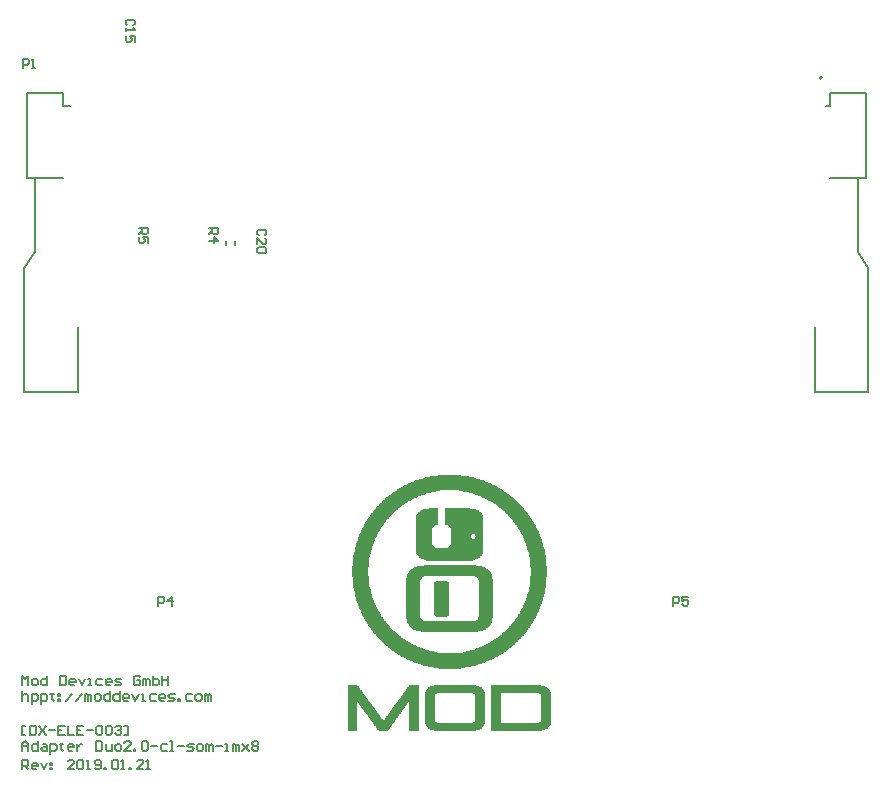
<source format=gto>
G04 Layer_Color=65535*
%FSLAX44Y44*%
%MOMM*%
G71*
G01*
G75*
%ADD10C,0.2000*%
%ADD11C,0.1270*%
%ADD12C,0.0508*%
%ADD13C,0.1500*%
D10*
X697600Y611190D02*
G03*
X697600Y611190I-1000J0D01*
G01*
X192850Y469170D02*
Y473170D01*
X200850Y469170D02*
Y473170D01*
D11*
X55000Y587000D02*
X61000D01*
X701000D02*
X705000D01*
X68000Y400000D02*
X68000Y345000D01*
X22500D02*
X68000D01*
X22500D02*
Y450000D01*
X31500Y464000D01*
Y526000D01*
X692000Y345000D02*
X692000Y400000D01*
X692000Y345000D02*
X737000D01*
Y450000D01*
X728000Y464000D02*
X737000Y450000D01*
X728000Y464000D02*
Y526000D01*
X25000Y598500D02*
X55000D01*
Y587000D02*
Y598500D01*
X705000Y587000D02*
Y598500D01*
X735000D01*
Y526500D02*
Y598500D01*
X705000Y526500D02*
X735000D01*
X25000D02*
X55000D01*
X25000D02*
Y598500D01*
D12*
X417830Y58946D02*
X459486D01*
X369062D02*
X404114D01*
X348234D02*
X355346D01*
X322326D02*
X329438D01*
X296418D02*
X303530D01*
X417830Y59454D02*
X461518D01*
X367030D02*
X406146D01*
X348234D02*
X355346D01*
X321818D02*
X329438D01*
X296418D02*
X303530D01*
X417830Y59962D02*
X462534D01*
X366014D02*
X407162D01*
X348234D02*
X355346D01*
X321310D02*
X329946D01*
X296418D02*
X303530D01*
X417830Y60470D02*
X463550D01*
X364998D02*
X408178D01*
X348234D02*
X355346D01*
X321310D02*
X330454D01*
X296418D02*
X303530D01*
X417830Y60978D02*
X464566D01*
X364490D02*
X408686D01*
X348234D02*
X355346D01*
X320802D02*
X330962D01*
X296418D02*
X303530D01*
X417830Y61486D02*
X465074D01*
X363982D02*
X409194D01*
X348234D02*
X355346D01*
X320294D02*
X330962D01*
X296418D02*
X303530D01*
X417830Y61994D02*
X465582D01*
X363474D02*
X409702D01*
X348234D02*
X355346D01*
X319786D02*
X331470D01*
X296418D02*
X303530D01*
X417830Y62502D02*
X466090D01*
X362966D02*
X410210D01*
X348234D02*
X355346D01*
X319786D02*
X331978D01*
X296418D02*
X303530D01*
X417830Y63010D02*
X466598D01*
X362966D02*
X410210D01*
X348234D02*
X355346D01*
X319278D02*
X331978D01*
X296418D02*
X303530D01*
X417830Y63518D02*
X466598D01*
X362458D02*
X410718D01*
X348234D02*
X355346D01*
X318770D02*
X332486D01*
X296418D02*
X303530D01*
X417830Y64026D02*
X467106D01*
X362458D02*
X410718D01*
X348234D02*
X355346D01*
X318262D02*
X332994D01*
X296418D02*
X303530D01*
X417830Y64534D02*
X467106D01*
X361950D02*
X411226D01*
X348234D02*
X355346D01*
X318262D02*
X333502D01*
X296418D02*
X303530D01*
X456946Y65042D02*
X467106D01*
X417830D02*
X425450D01*
X401574D02*
X411226D01*
X361950D02*
X371602D01*
X348234D02*
X355346D01*
X317754D02*
X333502D01*
X296418D02*
X303530D01*
X458470Y65550D02*
X467614D01*
X417830D02*
X425450D01*
X402590D02*
X411226D01*
X361950D02*
X370586D01*
X348234D02*
X355346D01*
X317246D02*
X334010D01*
X296418D02*
X303530D01*
X458978Y66058D02*
X467614D01*
X417830D02*
X425450D01*
X403098D02*
X411226D01*
X361442D02*
X370078D01*
X348234D02*
X355346D01*
X317246D02*
X334518D01*
X296418D02*
X303530D01*
X459486Y66566D02*
X467614D01*
X417830D02*
X425450D01*
X403606D02*
X411734D01*
X361442D02*
X369570D01*
X348234D02*
X355346D01*
X326390D02*
X335026D01*
X316738D02*
X325882D01*
X296418D02*
X303530D01*
X459486Y67074D02*
X467614D01*
X417830D02*
X425450D01*
X403606D02*
X411734D01*
X361442D02*
X369570D01*
X348234D02*
X355346D01*
X326390D02*
X335026D01*
X316230D02*
X325374D01*
X296418D02*
X303530D01*
X459994Y67582D02*
X467614D01*
X417830D02*
X425450D01*
X403606D02*
X411734D01*
X361442D02*
X369570D01*
X348234D02*
X355346D01*
X326898D02*
X335534D01*
X315722D02*
X324866D01*
X296418D02*
X303530D01*
X459994Y68090D02*
X467614D01*
X417830D02*
X425450D01*
X403606D02*
X411734D01*
X361442D02*
X369570D01*
X348234D02*
X355346D01*
X327406D02*
X336042D01*
X315722D02*
X324866D01*
X296418D02*
X303530D01*
X459994Y68598D02*
X467614D01*
X417830D02*
X425450D01*
X403606D02*
X411734D01*
X361442D02*
X369570D01*
X348234D02*
X355346D01*
X327914D02*
X336042D01*
X315214D02*
X324358D01*
X296418D02*
X303530D01*
X459994Y69106D02*
X467614D01*
X417830D02*
X425450D01*
X403606D02*
X411734D01*
X361442D02*
X369570D01*
X348234D02*
X355346D01*
X327914D02*
X336550D01*
X314706D02*
X323850D01*
X296418D02*
X303530D01*
X459994Y69614D02*
X467614D01*
X417830D02*
X425450D01*
X403606D02*
X411734D01*
X361442D02*
X369570D01*
X348234D02*
X355346D01*
X328422D02*
X337058D01*
X314198D02*
X323342D01*
X296418D02*
X303530D01*
X459994Y70122D02*
X467614D01*
X417830D02*
X425450D01*
X403606D02*
X411734D01*
X361442D02*
X369570D01*
X348234D02*
X355346D01*
X328930D02*
X337566D01*
X314198D02*
X323342D01*
X296418D02*
X303530D01*
X459994Y70630D02*
X467614D01*
X417830D02*
X425450D01*
X403606D02*
X411734D01*
X361442D02*
X369570D01*
X348234D02*
X355346D01*
X328930D02*
X337566D01*
X313690D02*
X322834D01*
X296418D02*
X303530D01*
X459994Y71138D02*
X467614D01*
X417830D02*
X425450D01*
X403606D02*
X411734D01*
X361442D02*
X369570D01*
X348234D02*
X355346D01*
X329438D02*
X338074D01*
X313182D02*
X322326D01*
X296418D02*
X303530D01*
X459994Y71646D02*
X467614D01*
X417830D02*
X425450D01*
X403606D02*
X411734D01*
X361442D02*
X369570D01*
X348234D02*
X355346D01*
X329946D02*
X338582D01*
X313182D02*
X322326D01*
X296418D02*
X303530D01*
X459994Y72154D02*
X467614D01*
X417830D02*
X425450D01*
X403606D02*
X411734D01*
X361442D02*
X369570D01*
X348234D02*
X355346D01*
X330454D02*
X339090D01*
X312674D02*
X321818D01*
X296418D02*
X303530D01*
X459994Y72662D02*
X467614D01*
X417830D02*
X425450D01*
X403606D02*
X411734D01*
X361442D02*
X369570D01*
X348234D02*
X355346D01*
X330454D02*
X339090D01*
X312166D02*
X321310D01*
X296418D02*
X303530D01*
X459994Y73170D02*
X467614D01*
X417830D02*
X425450D01*
X403606D02*
X411734D01*
X361442D02*
X369570D01*
X348234D02*
X355346D01*
X330962D02*
X339598D01*
X311658D02*
X320802D01*
X296418D02*
X303530D01*
X459994Y73678D02*
X467614D01*
X417830D02*
X425450D01*
X403606D02*
X411734D01*
X361442D02*
X369570D01*
X348234D02*
X355346D01*
X331470D02*
X340106D01*
X311658D02*
X320802D01*
X296418D02*
X303530D01*
X459994Y74186D02*
X467614D01*
X417830D02*
X425450D01*
X403606D02*
X411734D01*
X361442D02*
X369570D01*
X348234D02*
X355346D01*
X331978D02*
X340106D01*
X311150D02*
X320294D01*
X296418D02*
X303530D01*
X459994Y74694D02*
X467614D01*
X417830D02*
X425450D01*
X403606D02*
X411734D01*
X361442D02*
X369570D01*
X348234D02*
X355346D01*
X331978D02*
X340614D01*
X310642D02*
X319786D01*
X296418D02*
X303530D01*
X459994Y75202D02*
X467614D01*
X417830D02*
X425450D01*
X403606D02*
X411734D01*
X361442D02*
X369570D01*
X348234D02*
X355346D01*
X332486D02*
X341122D01*
X310134D02*
X319786D01*
X296418D02*
X303530D01*
X459994Y75710D02*
X467614D01*
X417830D02*
X425450D01*
X403606D02*
X411734D01*
X361442D02*
X369570D01*
X348234D02*
X355346D01*
X332994D02*
X341630D01*
X310134D02*
X319278D01*
X296418D02*
X303530D01*
X459994Y76218D02*
X467614D01*
X417830D02*
X425450D01*
X403606D02*
X411734D01*
X361442D02*
X369570D01*
X348234D02*
X355346D01*
X332994D02*
X341630D01*
X309626D02*
X318770D01*
X296418D02*
X303530D01*
X459994Y76726D02*
X467614D01*
X417830D02*
X425450D01*
X403606D02*
X411734D01*
X361442D02*
X369570D01*
X348234D02*
X355346D01*
X333502D02*
X342138D01*
X309118D02*
X318262D01*
X296418D02*
X303530D01*
X459994Y77234D02*
X467614D01*
X417830D02*
X425450D01*
X403606D02*
X411734D01*
X361442D02*
X369570D01*
X348234D02*
X355346D01*
X334010D02*
X342646D01*
X308610D02*
X318262D01*
X296418D02*
X303530D01*
X459994Y77742D02*
X467614D01*
X417830D02*
X425450D01*
X403606D02*
X411734D01*
X361442D02*
X369570D01*
X348234D02*
X355346D01*
X334518D02*
X342646D01*
X308610D02*
X317754D01*
X296418D02*
X303530D01*
X459994Y78250D02*
X467614D01*
X417830D02*
X425450D01*
X403606D02*
X411734D01*
X361442D02*
X369570D01*
X348234D02*
X355346D01*
X334518D02*
X343154D01*
X308102D02*
X317246D01*
X296418D02*
X303530D01*
X459994Y78758D02*
X467614D01*
X417830D02*
X425450D01*
X403606D02*
X411734D01*
X361442D02*
X369570D01*
X348234D02*
X355346D01*
X335026D02*
X343662D01*
X307594D02*
X316738D01*
X296418D02*
X303530D01*
X459994Y79266D02*
X467614D01*
X417830D02*
X425450D01*
X403606D02*
X411734D01*
X361442D02*
X369570D01*
X348234D02*
X355346D01*
X335534D02*
X344170D01*
X307594D02*
X316738D01*
X296418D02*
X303530D01*
X459994Y79774D02*
X467614D01*
X417830D02*
X425450D01*
X403606D02*
X411734D01*
X361442D02*
X369570D01*
X348234D02*
X355346D01*
X335534D02*
X344170D01*
X307086D02*
X316230D01*
X296418D02*
X303530D01*
X459994Y80282D02*
X467614D01*
X417830D02*
X425450D01*
X403606D02*
X411734D01*
X361442D02*
X369570D01*
X348234D02*
X355346D01*
X336042D02*
X344678D01*
X306578D02*
X315722D01*
X296418D02*
X303530D01*
X459994Y80790D02*
X467614D01*
X417830D02*
X425450D01*
X403606D02*
X411734D01*
X361442D02*
X369570D01*
X348234D02*
X355346D01*
X336550D02*
X345186D01*
X306070D02*
X315722D01*
X296418D02*
X303530D01*
X459994Y81298D02*
X467614D01*
X417830D02*
X425450D01*
X403606D02*
X411734D01*
X361442D02*
X369570D01*
X348234D02*
X355346D01*
X337058D02*
X345694D01*
X306070D02*
X315214D01*
X296418D02*
X303530D01*
X459994Y81806D02*
X467614D01*
X417830D02*
X425450D01*
X403606D02*
X411734D01*
X361442D02*
X369570D01*
X348234D02*
X355346D01*
X337058D02*
X345694D01*
X305562D02*
X314706D01*
X296418D02*
X303530D01*
X459994Y82314D02*
X467614D01*
X417830D02*
X425450D01*
X403606D02*
X411734D01*
X361442D02*
X369570D01*
X348234D02*
X355346D01*
X337566D02*
X346202D01*
X305054D02*
X314198D01*
X296418D02*
X303530D01*
X459994Y82822D02*
X467614D01*
X417830D02*
X425450D01*
X403606D02*
X411734D01*
X361442D02*
X369570D01*
X348234D02*
X355346D01*
X338074D02*
X346710D01*
X304546D02*
X314198D01*
X296418D02*
X303530D01*
X459994Y83330D02*
X467614D01*
X417830D02*
X425450D01*
X403606D02*
X411734D01*
X361442D02*
X369570D01*
X348234D02*
X355346D01*
X338582D02*
X346710D01*
X304546D02*
X313690D01*
X296418D02*
X303530D01*
X459994Y83838D02*
X467614D01*
X417830D02*
X425450D01*
X403606D02*
X411734D01*
X361442D02*
X369570D01*
X348234D02*
X355346D01*
X338582D02*
X347218D01*
X304038D02*
X313182D01*
X296418D02*
X303530D01*
X459994Y84346D02*
X467614D01*
X417830D02*
X425450D01*
X403606D02*
X411734D01*
X361442D02*
X369570D01*
X348234D02*
X355346D01*
X339090D02*
X347726D01*
X296418D02*
X312674D01*
X459994Y84854D02*
X467614D01*
X417830D02*
X425450D01*
X403606D02*
X411734D01*
X361442D02*
X369570D01*
X339598D02*
X355346D01*
X296418D02*
X312674D01*
X459994Y85362D02*
X467614D01*
X417830D02*
X425450D01*
X403606D02*
X411734D01*
X361442D02*
X369570D01*
X339598D02*
X355346D01*
X296418D02*
X312166D01*
X459994Y85870D02*
X467614D01*
X417830D02*
X425450D01*
X403606D02*
X411734D01*
X361442D02*
X369570D01*
X340106D02*
X355346D01*
X296418D02*
X311658D01*
X459994Y86378D02*
X467614D01*
X417830D02*
X425450D01*
X403606D02*
X411734D01*
X361442D02*
X369570D01*
X340614D02*
X355346D01*
X296418D02*
X311658D01*
X459994Y86886D02*
X467614D01*
X417830D02*
X425450D01*
X403606D02*
X411734D01*
X361442D02*
X369570D01*
X341122D02*
X355346D01*
X296418D02*
X311150D01*
X459994Y87394D02*
X467614D01*
X417830D02*
X425450D01*
X403606D02*
X411734D01*
X361442D02*
X369570D01*
X341122D02*
X355346D01*
X296418D02*
X310642D01*
X459994Y87902D02*
X467614D01*
X417830D02*
X425450D01*
X403606D02*
X411734D01*
X361442D02*
X369570D01*
X341630D02*
X355346D01*
X296418D02*
X310134D01*
X459994Y88410D02*
X467614D01*
X417830D02*
X425450D01*
X403606D02*
X411734D01*
X361442D02*
X369570D01*
X342138D02*
X355346D01*
X296418D02*
X310134D01*
X459486Y88918D02*
X467614D01*
X417830D02*
X425450D01*
X403606D02*
X411734D01*
X361442D02*
X369570D01*
X342646D02*
X355346D01*
X296418D02*
X309626D01*
X459486Y89426D02*
X467614D01*
X417830D02*
X425450D01*
X403606D02*
X411734D01*
X361442D02*
X369570D01*
X342646D02*
X355346D01*
X296418D02*
X309118D01*
X458978Y89934D02*
X467614D01*
X417830D02*
X425450D01*
X403098D02*
X411226D01*
X361950D02*
X370078D01*
X343154D02*
X355346D01*
X296418D02*
X308610D01*
X457962Y90442D02*
X467106D01*
X417830D02*
X425450D01*
X402590D02*
X411226D01*
X361950D02*
X370586D01*
X343662D02*
X355346D01*
X296418D02*
X308610D01*
X456946Y90950D02*
X467106D01*
X417830D02*
X425450D01*
X401574D02*
X411226D01*
X361950D02*
X371602D01*
X343662D02*
X355346D01*
X296418D02*
X308102D01*
X417830Y91458D02*
X467106D01*
X361950D02*
X411226D01*
X344170D02*
X355346D01*
X296418D02*
X307594D01*
X417830Y91966D02*
X466598D01*
X362458D02*
X410718D01*
X344678D02*
X355346D01*
X296418D02*
X307594D01*
X417830Y92474D02*
X466598D01*
X362458D02*
X410718D01*
X345186D02*
X355346D01*
X296418D02*
X307086D01*
X417830Y92982D02*
X466090D01*
X362966D02*
X410210D01*
X345186D02*
X355346D01*
X296418D02*
X306578D01*
X417830Y93490D02*
X465582D01*
X362966D02*
X410210D01*
X345694D02*
X355346D01*
X296418D02*
X306070D01*
X417830Y93998D02*
X465582D01*
X363474D02*
X409702D01*
X346202D02*
X355346D01*
X296418D02*
X306070D01*
X417830Y94506D02*
X465074D01*
X363982D02*
X409194D01*
X346202D02*
X355346D01*
X296418D02*
X305562D01*
X417830Y95014D02*
X464058D01*
X364490D02*
X408686D01*
X346710D02*
X355346D01*
X296418D02*
X305054D01*
X417830Y95522D02*
X463550D01*
X365506D02*
X407670D01*
X347218D02*
X355346D01*
X296418D02*
X304546D01*
X417830Y96030D02*
X462534D01*
X366014D02*
X406654D01*
X347726D02*
X355346D01*
X296418D02*
X304546D01*
X417830Y96538D02*
X461010D01*
X367538D02*
X405638D01*
X347726D02*
X355346D01*
X296418D02*
X304038D01*
X417830Y97046D02*
X458978D01*
X369570D02*
X403606D01*
X348234D02*
X355346D01*
X296418D02*
X303530D01*
X373126Y111778D02*
X390906D01*
X369570Y112286D02*
X394462D01*
X366522Y112794D02*
X397510D01*
X363982Y113302D02*
X400050D01*
X361950Y113810D02*
X402082D01*
X359918Y114318D02*
X404114D01*
X358394Y114826D02*
X405638D01*
X356362Y115334D02*
X407670D01*
X355346Y115842D02*
X408686D01*
X353822Y116350D02*
X410210D01*
X352298Y116858D02*
X411734D01*
X351282Y117366D02*
X412750D01*
X349758Y117874D02*
X414274D01*
X348742Y118382D02*
X415290D01*
X347726Y118890D02*
X416306D01*
X346710Y119398D02*
X417322D01*
X345186Y119906D02*
X418846D01*
X344678Y120414D02*
X419354D01*
X343662Y120922D02*
X420370D01*
X342646Y121430D02*
X421386D01*
X341630Y121938D02*
X422402D01*
X340614Y122446D02*
X423418D01*
X340106Y122954D02*
X423926D01*
X339090Y123462D02*
X424942D01*
X338074Y123970D02*
X425958D01*
X389890Y124478D02*
X426466D01*
X337566D02*
X374142D01*
X393446Y124986D02*
X427482D01*
X336550D02*
X370586D01*
X395986Y125494D02*
X427990D01*
X336042D02*
X368046D01*
X398526Y126002D02*
X429006D01*
X335026D02*
X365506D01*
X400050Y126510D02*
X429514D01*
X334518D02*
X363982D01*
X402082Y127018D02*
X430022D01*
X334010D02*
X361950D01*
X403606Y127526D02*
X431038D01*
X332994D02*
X360426D01*
X405130Y128034D02*
X431546D01*
X332486D02*
X358902D01*
X406654Y128542D02*
X432054D01*
X331978D02*
X357378D01*
X407670Y129050D02*
X433070D01*
X330962D02*
X356362D01*
X409194Y129558D02*
X433578D01*
X330454D02*
X354838D01*
X410210Y130066D02*
X434086D01*
X329946D02*
X353822D01*
X411226Y130574D02*
X434594D01*
X329438D02*
X352806D01*
X412242Y131082D02*
X435610D01*
X328422D02*
X351790D01*
X413258Y131590D02*
X436118D01*
X327914D02*
X350774D01*
X414274Y132098D02*
X436626D01*
X327406D02*
X349758D01*
X415290Y132606D02*
X437134D01*
X326898D02*
X348742D01*
X416306Y133114D02*
X437642D01*
X326390D02*
X347726D01*
X416814Y133622D02*
X438150D01*
X325882D02*
X347218D01*
X417830Y134130D02*
X438658D01*
X325374D02*
X346202D01*
X418846Y134638D02*
X439166D01*
X324866D02*
X345186D01*
X419354Y135146D02*
X439674D01*
X324358D02*
X344678D01*
X420370Y135654D02*
X440182D01*
X323850D02*
X343662D01*
X420878Y136162D02*
X440690D01*
X323342D02*
X343154D01*
X421894Y136670D02*
X441198D01*
X322834D02*
X342138D01*
X422402Y137178D02*
X441706D01*
X322326D02*
X341630D01*
X423418Y137686D02*
X442214D01*
X321818D02*
X340614D01*
X423926Y138194D02*
X442722D01*
X321310D02*
X340106D01*
X424434Y138702D02*
X443230D01*
X320802D02*
X339598D01*
X424942Y139210D02*
X443738D01*
X320294D02*
X339090D01*
X425958Y139718D02*
X444246D01*
X319786D02*
X338074D01*
X426466Y140226D02*
X444246D01*
X319786D02*
X337566D01*
X426974Y140734D02*
X444754D01*
X319278D02*
X337058D01*
X427482Y141242D02*
X445262D01*
X318770D02*
X336550D01*
X427990Y141750D02*
X445770D01*
X318262D02*
X336042D01*
X428498Y142258D02*
X446278D01*
X317754D02*
X335534D01*
X429006Y142766D02*
X446786D01*
X358394D02*
X405638D01*
X317246D02*
X335026D01*
X430022Y143274D02*
X446786D01*
X355854D02*
X408178D01*
X317246D02*
X334010D01*
X430530Y143782D02*
X447294D01*
X354330D02*
X409702D01*
X316738D02*
X333502D01*
X431038Y144290D02*
X447802D01*
X352806D02*
X411226D01*
X316230D02*
X332994D01*
X431546Y144798D02*
X448310D01*
X351790D02*
X412242D01*
X315722D02*
X332486D01*
X432054Y145306D02*
X448310D01*
X350774D02*
X412750D01*
X315722D02*
X331978D01*
X432562Y145814D02*
X448818D01*
X350266D02*
X413766D01*
X315214D02*
X331470D01*
X432562Y146322D02*
X449326D01*
X349758D02*
X414274D01*
X314706D02*
X331470D01*
X433070Y146830D02*
X449326D01*
X349250D02*
X414782D01*
X314706D02*
X330962D01*
X433578Y147338D02*
X449834D01*
X348742D02*
X415290D01*
X314198D02*
X330454D01*
X434086Y147846D02*
X450342D01*
X348234D02*
X415798D01*
X313690D02*
X329946D01*
X434594Y148354D02*
X450342D01*
X347726D02*
X416306D01*
X313690D02*
X329438D01*
X435102Y148862D02*
X450850D01*
X347726D02*
X416306D01*
X313182D02*
X328930D01*
X435610Y149370D02*
X451358D01*
X347218D02*
X416814D01*
X312674D02*
X328422D01*
X436118Y149878D02*
X451358D01*
X347218D02*
X416814D01*
X312674D02*
X328422D01*
X436118Y150386D02*
X451866D01*
X346710D02*
X417322D01*
X312166D02*
X327914D01*
X436626Y150894D02*
X452374D01*
X346710D02*
X417322D01*
X311658D02*
X327406D01*
X437134Y151402D02*
X452374D01*
X403098D02*
X417322D01*
X346202D02*
X360934D01*
X311658D02*
X326898D01*
X437642Y151910D02*
X452882D01*
X404622D02*
X417830D01*
X346202D02*
X359410D01*
X311150D02*
X326390D01*
X437642Y152418D02*
X452882D01*
X405638D02*
X417830D01*
X346202D02*
X358394D01*
X311150D02*
X326390D01*
X438150Y152926D02*
X453390D01*
X406146D02*
X417830D01*
X346202D02*
X357886D01*
X310642D02*
X325882D01*
X438658Y153434D02*
X453390D01*
X406654D02*
X417830D01*
X346202D02*
X357378D01*
X310642D02*
X325374D01*
X438658Y153942D02*
X453898D01*
X406654D02*
X417830D01*
X345694D02*
X357378D01*
X310134D02*
X325374D01*
X439166Y154450D02*
X454406D01*
X406654D02*
X418338D01*
X345694D02*
X356870D01*
X309626D02*
X324866D01*
X439674Y154958D02*
X454406D01*
X407162D02*
X418338D01*
X345694D02*
X356870D01*
X309626D02*
X324358D01*
X440182Y155466D02*
X454914D01*
X407162D02*
X418338D01*
X371094D02*
X379222D01*
X345694D02*
X356870D01*
X309118D02*
X323850D01*
X440182Y155974D02*
X454914D01*
X407162D02*
X418338D01*
X370078D02*
X380238D01*
X345694D02*
X356870D01*
X309118D02*
X323850D01*
X440690Y156482D02*
X455422D01*
X407162D02*
X418338D01*
X370078D02*
X380746D01*
X345694D02*
X356870D01*
X308610D02*
X323342D01*
X440690Y156990D02*
X455422D01*
X407162D02*
X418338D01*
X369570D02*
X380746D01*
X345694D02*
X356870D01*
X308610D02*
X323342D01*
X441198Y157498D02*
X455930D01*
X407162D02*
X418338D01*
X369570D02*
X381254D01*
X345694D02*
X356870D01*
X308102D02*
X322834D01*
X441706Y158006D02*
X455930D01*
X407162D02*
X418338D01*
X369062D02*
X381254D01*
X345694D02*
X356870D01*
X308102D02*
X322326D01*
X441706Y158514D02*
X456438D01*
X407162D02*
X418338D01*
X369062D02*
X381254D01*
X345694D02*
X356870D01*
X307594D02*
X322326D01*
X442214Y159022D02*
X456438D01*
X407162D02*
X418338D01*
X369062D02*
X381254D01*
X345694D02*
X356870D01*
X307594D02*
X321818D01*
X442214Y159530D02*
X456946D01*
X407162D02*
X418338D01*
X369062D02*
X381254D01*
X345694D02*
X356870D01*
X307086D02*
X321818D01*
X442722Y160038D02*
X456946D01*
X407162D02*
X418338D01*
X369062D02*
X381254D01*
X345694D02*
X356870D01*
X307086D02*
X321310D01*
X442722Y160546D02*
X456946D01*
X407162D02*
X418338D01*
X369062D02*
X381254D01*
X345694D02*
X356870D01*
X307086D02*
X321310D01*
X443230Y161054D02*
X457454D01*
X407162D02*
X418338D01*
X369062D02*
X381254D01*
X345694D02*
X356870D01*
X306578D02*
X320802D01*
X443230Y161562D02*
X457454D01*
X407162D02*
X418338D01*
X369062D02*
X381254D01*
X345694D02*
X356870D01*
X306578D02*
X320802D01*
X443738Y162070D02*
X457962D01*
X407162D02*
X418338D01*
X369062D02*
X381254D01*
X345694D02*
X356870D01*
X306070D02*
X320294D01*
X444246Y162578D02*
X457962D01*
X407162D02*
X418338D01*
X369062D02*
X381254D01*
X345694D02*
X356870D01*
X306070D02*
X319786D01*
X444246Y163086D02*
X457962D01*
X407162D02*
X418338D01*
X369062D02*
X381254D01*
X345694D02*
X356870D01*
X306070D02*
X319786D01*
X444754Y163594D02*
X458470D01*
X407162D02*
X418338D01*
X369062D02*
X381254D01*
X345694D02*
X356870D01*
X305562D02*
X319278D01*
X444754Y164102D02*
X458470D01*
X407162D02*
X418338D01*
X369062D02*
X381254D01*
X345694D02*
X356870D01*
X305562D02*
X319278D01*
X444754Y164610D02*
X458978D01*
X407162D02*
X418338D01*
X369062D02*
X381254D01*
X345694D02*
X356870D01*
X305054D02*
X319278D01*
X445262Y165118D02*
X458978D01*
X407162D02*
X418338D01*
X369062D02*
X381254D01*
X345694D02*
X356870D01*
X305054D02*
X318770D01*
X445262Y165626D02*
X458978D01*
X407162D02*
X418338D01*
X369062D02*
X381254D01*
X345694D02*
X356870D01*
X305054D02*
X318770D01*
X445770Y166134D02*
X459486D01*
X407162D02*
X418338D01*
X369062D02*
X381254D01*
X345694D02*
X356870D01*
X304546D02*
X318262D01*
X445770Y166642D02*
X459486D01*
X407162D02*
X418338D01*
X369062D02*
X381254D01*
X345694D02*
X356870D01*
X304546D02*
X318262D01*
X446278Y167150D02*
X459486D01*
X407162D02*
X418338D01*
X369062D02*
X381254D01*
X345694D02*
X356870D01*
X304546D02*
X317754D01*
X446278Y167658D02*
X459994D01*
X407162D02*
X418338D01*
X369062D02*
X381254D01*
X345694D02*
X356870D01*
X304038D02*
X317754D01*
X446278Y168166D02*
X459994D01*
X407162D02*
X418338D01*
X369062D02*
X381254D01*
X345694D02*
X356870D01*
X304038D02*
X317754D01*
X446786Y168674D02*
X459994D01*
X407162D02*
X418338D01*
X369062D02*
X381254D01*
X345694D02*
X356870D01*
X304038D02*
X317246D01*
X446786Y169182D02*
X460502D01*
X407162D02*
X418338D01*
X369062D02*
X381254D01*
X345694D02*
X356870D01*
X303530D02*
X317246D01*
X447294Y169690D02*
X460502D01*
X407162D02*
X418338D01*
X369062D02*
X381254D01*
X345694D02*
X356870D01*
X303530D02*
X316738D01*
X447294Y170198D02*
X460502D01*
X407162D02*
X418338D01*
X369062D02*
X381254D01*
X345694D02*
X356870D01*
X303530D02*
X316738D01*
X447294Y170706D02*
X461010D01*
X407162D02*
X418338D01*
X369062D02*
X381254D01*
X345694D02*
X356870D01*
X303022D02*
X316738D01*
X447802Y171214D02*
X461010D01*
X407162D02*
X418338D01*
X369062D02*
X381254D01*
X345694D02*
X356870D01*
X303022D02*
X316230D01*
X447802Y171722D02*
X461010D01*
X407162D02*
X418338D01*
X369062D02*
X381254D01*
X345694D02*
X356870D01*
X303022D02*
X316230D01*
X447802Y172230D02*
X461010D01*
X407162D02*
X418338D01*
X369062D02*
X381254D01*
X345694D02*
X356870D01*
X303022D02*
X316230D01*
X448310Y172738D02*
X461518D01*
X407162D02*
X418338D01*
X369062D02*
X381254D01*
X345694D02*
X356870D01*
X302514D02*
X315722D01*
X448310Y173246D02*
X461518D01*
X407162D02*
X418338D01*
X369062D02*
X381254D01*
X345694D02*
X356870D01*
X302514D02*
X315722D01*
X448310Y173754D02*
X461518D01*
X407162D02*
X418338D01*
X369062D02*
X381254D01*
X345694D02*
X356870D01*
X302514D02*
X315722D01*
X448310Y174262D02*
X461518D01*
X407162D02*
X418338D01*
X369062D02*
X381254D01*
X345694D02*
X356870D01*
X302514D02*
X315722D01*
X448818Y174770D02*
X462026D01*
X407162D02*
X418338D01*
X369062D02*
X381254D01*
X345694D02*
X356870D01*
X302006D02*
X315214D01*
X448818Y175278D02*
X462026D01*
X407162D02*
X418338D01*
X369062D02*
X381254D01*
X345694D02*
X356870D01*
X302006D02*
X315214D01*
X448818Y175786D02*
X462026D01*
X407162D02*
X418338D01*
X369062D02*
X381254D01*
X345694D02*
X356870D01*
X302006D02*
X315214D01*
X449326Y176294D02*
X462026D01*
X407162D02*
X418338D01*
X369062D02*
X381254D01*
X345694D02*
X356870D01*
X302006D02*
X314706D01*
X449326Y176802D02*
X462026D01*
X407162D02*
X418338D01*
X369062D02*
X381254D01*
X345694D02*
X356870D01*
X302006D02*
X314706D01*
X449326Y177310D02*
X462534D01*
X407162D02*
X418338D01*
X369062D02*
X381254D01*
X345694D02*
X356870D01*
X301498D02*
X314706D01*
X449326Y177818D02*
X462534D01*
X407162D02*
X418338D01*
X369062D02*
X381254D01*
X345694D02*
X356870D01*
X301498D02*
X314706D01*
X449326Y178326D02*
X462534D01*
X407162D02*
X418338D01*
X369062D02*
X381254D01*
X345694D02*
X356870D01*
X301498D02*
X314706D01*
X449834Y178834D02*
X462534D01*
X407162D02*
X418338D01*
X369062D02*
X381254D01*
X345694D02*
X356870D01*
X301498D02*
X314198D01*
X449834Y179342D02*
X462534D01*
X407162D02*
X418338D01*
X369062D02*
X381254D01*
X345694D02*
X356870D01*
X301498D02*
X314198D01*
X449834Y179850D02*
X463042D01*
X407162D02*
X418338D01*
X369062D02*
X381254D01*
X345694D02*
X356870D01*
X300990D02*
X314198D01*
X449834Y180358D02*
X463042D01*
X407162D02*
X418338D01*
X369062D02*
X381254D01*
X345694D02*
X356870D01*
X300990D02*
X314198D01*
X450342Y180866D02*
X463042D01*
X407162D02*
X418338D01*
X369062D02*
X381254D01*
X345694D02*
X356870D01*
X300990D02*
X313690D01*
X450342Y181374D02*
X463042D01*
X407162D02*
X418338D01*
X369062D02*
X381254D01*
X345694D02*
X356870D01*
X300990D02*
X313690D01*
X450342Y181882D02*
X463042D01*
X407162D02*
X418338D01*
X369062D02*
X381254D01*
X345694D02*
X356870D01*
X300990D02*
X313690D01*
X450342Y182390D02*
X463042D01*
X407162D02*
X418338D01*
X369062D02*
X381254D01*
X345694D02*
X356870D01*
X300990D02*
X313690D01*
X450342Y182898D02*
X463042D01*
X407162D02*
X418338D01*
X369570D02*
X381254D01*
X345694D02*
X356870D01*
X300990D02*
X313690D01*
X450342Y183406D02*
X463550D01*
X407162D02*
X418338D01*
X369570D02*
X380746D01*
X345694D02*
X356870D01*
X300482D02*
X313690D01*
X450342Y183914D02*
X463550D01*
X407162D02*
X418338D01*
X369570D02*
X380746D01*
X345694D02*
X356870D01*
X300482D02*
X313690D01*
X450850Y184422D02*
X463550D01*
X407162D02*
X418338D01*
X370078D02*
X380238D01*
X345694D02*
X356870D01*
X300482D02*
X313182D01*
X450850Y184930D02*
X463550D01*
X407162D02*
X418338D01*
X370586D02*
X379730D01*
X345694D02*
X356870D01*
X300482D02*
X313182D01*
X450850Y185438D02*
X463550D01*
X407162D02*
X418338D01*
X372110D02*
X378714D01*
X345694D02*
X356870D01*
X300482D02*
X313182D01*
X450850Y185946D02*
X463550D01*
X407162D02*
X418338D01*
X345694D02*
X356870D01*
X300482D02*
X313182D01*
X450850Y186454D02*
X463550D01*
X407162D02*
X418338D01*
X345694D02*
X356870D01*
X300482D02*
X313182D01*
X450850Y186962D02*
X463550D01*
X406654D02*
X418338D01*
X345694D02*
X357378D01*
X300482D02*
X313182D01*
X450850Y187470D02*
X463550D01*
X406654D02*
X417830D01*
X345694D02*
X357378D01*
X300482D02*
X313182D01*
X450850Y187978D02*
X463550D01*
X406146D02*
X417830D01*
X346202D02*
X357886D01*
X300482D02*
X313182D01*
X450850Y188486D02*
X463550D01*
X405638D02*
X417830D01*
X346202D02*
X358394D01*
X300482D02*
X313182D01*
X450850Y188994D02*
X464058D01*
X405130D02*
X417830D01*
X346202D02*
X358902D01*
X299974D02*
X313182D01*
X451358Y189502D02*
X464058D01*
X404114D02*
X417830D01*
X346202D02*
X359918D01*
X299974D02*
X312674D01*
X451358Y190010D02*
X464058D01*
X400558D02*
X417322D01*
X346710D02*
X363474D01*
X299974D02*
X312674D01*
X451358Y190518D02*
X464058D01*
X346710D02*
X417322D01*
X299974D02*
X312674D01*
X451358Y191026D02*
X464058D01*
X346710D02*
X417322D01*
X299974D02*
X312674D01*
X451358Y191534D02*
X464058D01*
X347218D02*
X416814D01*
X299974D02*
X312674D01*
X451358Y192042D02*
X464058D01*
X347218D02*
X416814D01*
X299974D02*
X312674D01*
X451358Y192550D02*
X464058D01*
X347726D02*
X416306D01*
X299974D02*
X312674D01*
X451358Y193058D02*
X464058D01*
X348234D02*
X415798D01*
X299974D02*
X312674D01*
X451358Y193566D02*
X464058D01*
X348234D02*
X415798D01*
X299974D02*
X312674D01*
X451358Y194074D02*
X464058D01*
X348742D02*
X415290D01*
X299974D02*
X312674D01*
X451358Y194582D02*
X464058D01*
X349250D02*
X414782D01*
X299974D02*
X312674D01*
X451358Y195090D02*
X464058D01*
X349758D02*
X413766D01*
X299974D02*
X312674D01*
X451358Y195598D02*
X464058D01*
X350774D02*
X413258D01*
X299974D02*
X312674D01*
X451358Y196106D02*
X464058D01*
X351282D02*
X412750D01*
X299974D02*
X312674D01*
X451358Y196614D02*
X464058D01*
X352298D02*
X411734D01*
X299974D02*
X312674D01*
X451358Y197122D02*
X464058D01*
X353314D02*
X410718D01*
X299974D02*
X312674D01*
X450850Y197630D02*
X464058D01*
X354838D02*
X409194D01*
X299974D02*
X313182D01*
X450850Y198138D02*
X463550D01*
X356870D02*
X407162D01*
X300482D02*
X313182D01*
X450850Y198646D02*
X463550D01*
X360426D02*
X403606D01*
X300482D02*
X313182D01*
X450850Y199154D02*
X463550D01*
X300482D02*
X313182D01*
X450850Y199662D02*
X463550D01*
X300482D02*
X313182D01*
X450850Y200170D02*
X463550D01*
X300482D02*
X313182D01*
X450850Y200678D02*
X463550D01*
X300482D02*
X313182D01*
X450850Y201186D02*
X463550D01*
X300482D02*
X313182D01*
X450850Y201694D02*
X463550D01*
X300482D02*
X313182D01*
X450850Y202202D02*
X463550D01*
X300482D02*
X313182D01*
X450342Y202710D02*
X463550D01*
X300482D02*
X313690D01*
X450342Y203218D02*
X463550D01*
X362458D02*
X401574D01*
X300482D02*
X313690D01*
X450342Y203726D02*
X463042D01*
X360426D02*
X403098D01*
X300990D02*
X313690D01*
X450342Y204234D02*
X463042D01*
X359410D02*
X404622D01*
X300990D02*
X313690D01*
X450342Y204742D02*
X463042D01*
X358394D02*
X405638D01*
X300990D02*
X313690D01*
X450342Y205250D02*
X463042D01*
X357378D02*
X406654D01*
X300990D02*
X313690D01*
X450342Y205758D02*
X463042D01*
X356870D02*
X407162D01*
X300990D02*
X313690D01*
X449834Y206266D02*
X463042D01*
X356362D02*
X407670D01*
X300990D02*
X314198D01*
X449834Y206774D02*
X463042D01*
X355854D02*
X408178D01*
X300990D02*
X314198D01*
X449834Y207282D02*
X462534D01*
X355346D02*
X408686D01*
X301498D02*
X314198D01*
X449834Y207790D02*
X462534D01*
X354838D02*
X408686D01*
X301498D02*
X314198D01*
X449834Y208298D02*
X462534D01*
X354838D02*
X409194D01*
X301498D02*
X314198D01*
X449326Y208806D02*
X462534D01*
X354330D02*
X409702D01*
X301498D02*
X314706D01*
X449326Y209314D02*
X462534D01*
X354330D02*
X409702D01*
X301498D02*
X314706D01*
X449326Y209822D02*
X462534D01*
X354330D02*
X409702D01*
X301498D02*
X314706D01*
X449326Y210330D02*
X462026D01*
X353822D02*
X410210D01*
X302006D02*
X314706D01*
X448818Y210838D02*
X462026D01*
X353822D02*
X410210D01*
X302006D02*
X315214D01*
X448818Y211346D02*
X462026D01*
X353822D02*
X410210D01*
X302006D02*
X315214D01*
X448818Y211854D02*
X462026D01*
X353822D02*
X410210D01*
X302006D02*
X315214D01*
X448310Y212362D02*
X461518D01*
X353822D02*
X410210D01*
X302514D02*
X315722D01*
X448310Y212870D02*
X461518D01*
X353822D02*
X410210D01*
X302514D02*
X315722D01*
X448310Y213378D02*
X461518D01*
X380746D02*
X410210D01*
X353822D02*
X369570D01*
X302514D02*
X315722D01*
X448310Y213886D02*
X461518D01*
X381254D02*
X410210D01*
X353822D02*
X369062D01*
X302514D02*
X315722D01*
X447802Y214394D02*
X461010D01*
X382270D02*
X410210D01*
X353822D02*
X368554D01*
X303022D02*
X316230D01*
X447802Y214902D02*
X461010D01*
X382270D02*
X410210D01*
X353822D02*
X368046D01*
X303022D02*
X316230D01*
X447802Y215410D02*
X461010D01*
X382778D02*
X410210D01*
X353822D02*
X367538D01*
X303022D02*
X316230D01*
X447294Y215918D02*
X461010D01*
X383286D02*
X410210D01*
X353822D02*
X367030D01*
X303022D02*
X316738D01*
X447294Y216426D02*
X460502D01*
X383286D02*
X410210D01*
X353822D02*
X367030D01*
X303530D02*
X316738D01*
X447294Y216934D02*
X460502D01*
X383286D02*
X410210D01*
X353822D02*
X367030D01*
X303530D02*
X316738D01*
X446786Y217442D02*
X460502D01*
X383286D02*
X410210D01*
X353822D02*
X367030D01*
X303530D02*
X317246D01*
X446786Y217950D02*
X459994D01*
X383794D02*
X410210D01*
X353822D02*
X367030D01*
X304038D02*
X317246D01*
X446278Y218458D02*
X459994D01*
X383794D02*
X410210D01*
X353822D02*
X367030D01*
X304038D02*
X317754D01*
X446278Y218966D02*
X459994D01*
X383794D02*
X410210D01*
X353822D02*
X367030D01*
X304038D02*
X317754D01*
X446278Y219474D02*
X459486D01*
X383794D02*
X410210D01*
X353822D02*
X367030D01*
X304546D02*
X317754D01*
X445770Y219982D02*
X459486D01*
X383794D02*
X410210D01*
X353822D02*
X367030D01*
X304546D02*
X318262D01*
X445770Y220490D02*
X459486D01*
X383794D02*
X410210D01*
X353822D02*
X367030D01*
X304546D02*
X318262D01*
X445262Y220998D02*
X458978D01*
X403098D02*
X410210D01*
X383794D02*
X401066D01*
X353822D02*
X367030D01*
X305054D02*
X318770D01*
X445262Y221506D02*
X458978D01*
X403606D02*
X410210D01*
X383794D02*
X400558D01*
X353822D02*
X367030D01*
X305054D02*
X318770D01*
X444754Y222014D02*
X458978D01*
X404114D02*
X410210D01*
X383794D02*
X400050D01*
X353822D02*
X367030D01*
X305054D02*
X319278D01*
X444754Y222522D02*
X458470D01*
X404622D02*
X410210D01*
X383794D02*
X399542D01*
X353822D02*
X367030D01*
X305562D02*
X319278D01*
X444754Y223030D02*
X458470D01*
X404622D02*
X410210D01*
X383794D02*
X399542D01*
X353822D02*
X367030D01*
X305562D02*
X319278D01*
X444246Y223538D02*
X458470D01*
X404622D02*
X410210D01*
X383794D02*
X399542D01*
X353822D02*
X367030D01*
X305562D02*
X319786D01*
X444246Y224046D02*
X457962D01*
X404114D02*
X410210D01*
X383794D02*
X399542D01*
X353822D02*
X367030D01*
X306070D02*
X319786D01*
X443738Y224554D02*
X457962D01*
X404114D02*
X410210D01*
X383794D02*
X400050D01*
X353822D02*
X367030D01*
X306070D02*
X320294D01*
X443738Y225062D02*
X457454D01*
X403606D02*
X410210D01*
X383794D02*
X400558D01*
X353822D02*
X367030D01*
X306578D02*
X320294D01*
X443230Y225570D02*
X457454D01*
X402590D02*
X410210D01*
X383794D02*
X401574D01*
X353822D02*
X367030D01*
X306578D02*
X320802D01*
X443230Y226078D02*
X456946D01*
X383794D02*
X410210D01*
X353822D02*
X367030D01*
X307086D02*
X320802D01*
X442722Y226586D02*
X456946D01*
X383794D02*
X410210D01*
X353822D02*
X367030D01*
X307086D02*
X321310D01*
X442214Y227094D02*
X456946D01*
X383794D02*
X410210D01*
X353822D02*
X367030D01*
X307086D02*
X321818D01*
X442214Y227602D02*
X456438D01*
X383794D02*
X410210D01*
X353822D02*
X367030D01*
X307594D02*
X321818D01*
X441706Y228110D02*
X456438D01*
X383794D02*
X410210D01*
X353822D02*
X367030D01*
X307594D02*
X322326D01*
X441706Y228618D02*
X455930D01*
X383286D02*
X410210D01*
X353822D02*
X367030D01*
X308102D02*
X322326D01*
X441198Y229126D02*
X455930D01*
X383286D02*
X410210D01*
X353822D02*
X367030D01*
X308102D02*
X322834D01*
X441198Y229634D02*
X455422D01*
X383286D02*
X410210D01*
X353822D02*
X367030D01*
X308610D02*
X322834D01*
X440690Y230142D02*
X455422D01*
X383286D02*
X410210D01*
X353822D02*
X367030D01*
X308610D02*
X323342D01*
X440182Y230650D02*
X454914D01*
X382778D02*
X410210D01*
X353822D02*
X367538D01*
X309118D02*
X323850D01*
X440182Y231158D02*
X454914D01*
X382778D02*
X410210D01*
X353822D02*
X367538D01*
X309118D02*
X323850D01*
X439674Y231666D02*
X454406D01*
X382270D02*
X410210D01*
X353822D02*
X368046D01*
X309626D02*
X324358D01*
X439166Y232174D02*
X454406D01*
X381762D02*
X410210D01*
X353822D02*
X368554D01*
X309626D02*
X324866D01*
X439166Y232682D02*
X453898D01*
X381254D02*
X410210D01*
X353822D02*
X369570D01*
X310134D02*
X324866D01*
X438658Y233190D02*
X453898D01*
X379730D02*
X410210D01*
X353822D02*
X370586D01*
X310134D02*
X325374D01*
X438150Y233698D02*
X453390D01*
X378206D02*
X410210D01*
X353822D02*
X372110D01*
X310642D02*
X325882D01*
X437642Y234206D02*
X452882D01*
X378206D02*
X410210D01*
X353822D02*
X372110D01*
X311150D02*
X326390D01*
X437642Y234714D02*
X452882D01*
X378206D02*
X410210D01*
X353822D02*
X372110D01*
X311150D02*
X326390D01*
X437134Y235222D02*
X452374D01*
X378206D02*
X410210D01*
X353822D02*
X372110D01*
X311658D02*
X326898D01*
X436626Y235730D02*
X452374D01*
X378206D02*
X410210D01*
X353822D02*
X372110D01*
X311658D02*
X327406D01*
X436118Y236238D02*
X451866D01*
X378206D02*
X410210D01*
X353822D02*
X372110D01*
X312166D02*
X327914D01*
X436118Y236746D02*
X451358D01*
X378206D02*
X410210D01*
X353822D02*
X372110D01*
X312674D02*
X327914D01*
X435610Y237254D02*
X451358D01*
X378206D02*
X410210D01*
X353822D02*
X372110D01*
X312674D02*
X328422D01*
X435102Y237762D02*
X450850D01*
X378206D02*
X410210D01*
X353822D02*
X372110D01*
X313182D02*
X328930D01*
X434594Y238270D02*
X450850D01*
X378206D02*
X410210D01*
X353822D02*
X372110D01*
X313182D02*
X329438D01*
X434086Y238778D02*
X450342D01*
X378206D02*
X410210D01*
X353822D02*
X372110D01*
X313690D02*
X329946D01*
X433578Y239286D02*
X449834D01*
X378206D02*
X410210D01*
X353822D02*
X372110D01*
X314198D02*
X330454D01*
X433070Y239794D02*
X449326D01*
X378206D02*
X409702D01*
X353822D02*
X372110D01*
X314706D02*
X330962D01*
X433070Y240302D02*
X449326D01*
X378206D02*
X409702D01*
X354330D02*
X372110D01*
X314706D02*
X330962D01*
X432562Y240810D02*
X448818D01*
X378206D02*
X409702D01*
X354330D02*
X372110D01*
X315214D02*
X331470D01*
X432054Y241318D02*
X448310D01*
X378206D02*
X409194D01*
X354838D02*
X372110D01*
X315722D02*
X331978D01*
X431546Y241826D02*
X448310D01*
X378206D02*
X409194D01*
X354838D02*
X372110D01*
X315722D02*
X332486D01*
X431038Y242334D02*
X447802D01*
X378206D02*
X408686D01*
X355346D02*
X372110D01*
X316230D02*
X332994D01*
X430530Y242842D02*
X447294D01*
X378206D02*
X408178D01*
X355854D02*
X372110D01*
X316738D02*
X333502D01*
X430022Y243350D02*
X446786D01*
X378206D02*
X408178D01*
X355854D02*
X372110D01*
X317246D02*
X334010D01*
X429514Y243858D02*
X446786D01*
X378206D02*
X407162D01*
X356362D02*
X372110D01*
X317246D02*
X334518D01*
X429006Y244366D02*
X446278D01*
X378206D02*
X406654D01*
X357378D02*
X372110D01*
X317754D02*
X335026D01*
X427990Y244874D02*
X445770D01*
X378206D02*
X406146D01*
X357886D02*
X372110D01*
X318262D02*
X336042D01*
X427482Y245382D02*
X445262D01*
X378206D02*
X405130D01*
X358902D02*
X372110D01*
X318770D02*
X336550D01*
X426974Y245890D02*
X444754D01*
X378206D02*
X404114D01*
X359918D02*
X372110D01*
X319278D02*
X337058D01*
X426466Y246398D02*
X444754D01*
X378206D02*
X402082D01*
X361442D02*
X372110D01*
X319278D02*
X337566D01*
X425958Y246906D02*
X444246D01*
X378206D02*
X399034D01*
X364998D02*
X372110D01*
X319786D02*
X338074D01*
X425450Y247414D02*
X443738D01*
X320294D02*
X338582D01*
X424434Y247922D02*
X443230D01*
X320802D02*
X339598D01*
X423926Y248430D02*
X442722D01*
X321310D02*
X340106D01*
X423418Y248938D02*
X442214D01*
X321818D02*
X340614D01*
X422402Y249446D02*
X441706D01*
X322326D02*
X341630D01*
X421894Y249954D02*
X441198D01*
X322834D02*
X342138D01*
X421386Y250462D02*
X440690D01*
X323342D02*
X342646D01*
X420370Y250970D02*
X440182D01*
X323850D02*
X343662D01*
X419862Y251478D02*
X439674D01*
X324358D02*
X344170D01*
X418846Y251986D02*
X439166D01*
X324866D02*
X345186D01*
X417830Y252494D02*
X438658D01*
X325374D02*
X346202D01*
X417322Y253002D02*
X438150D01*
X325882D02*
X346710D01*
X416306Y253510D02*
X437642D01*
X326390D02*
X347726D01*
X415290Y254018D02*
X437134D01*
X326898D02*
X348742D01*
X414274Y254526D02*
X436626D01*
X327406D02*
X349758D01*
X413258Y255034D02*
X436118D01*
X327914D02*
X350774D01*
X412242Y255542D02*
X435610D01*
X328422D02*
X351790D01*
X411226Y256050D02*
X435102D01*
X328930D02*
X352806D01*
X410210Y256558D02*
X434086D01*
X329946D02*
X353822D01*
X409194Y257066D02*
X433578D01*
X330454D02*
X354838D01*
X408178Y257574D02*
X433070D01*
X330962D02*
X355854D01*
X406654Y258082D02*
X432562D01*
X331470D02*
X357378D01*
X405130Y258590D02*
X431546D01*
X332486D02*
X358902D01*
X403606Y259098D02*
X431038D01*
X332994D02*
X360426D01*
X402082Y259606D02*
X430530D01*
X333502D02*
X361950D01*
X400558Y260114D02*
X429514D01*
X334518D02*
X363474D01*
X398526Y260622D02*
X429006D01*
X335026D02*
X365506D01*
X396494Y261130D02*
X427990D01*
X336042D02*
X367538D01*
X393954Y261638D02*
X427482D01*
X336550D02*
X370078D01*
X390398Y262146D02*
X426466D01*
X337566D02*
X373634D01*
X338074Y262654D02*
X425958D01*
X339090Y263162D02*
X424942D01*
X339598Y263670D02*
X424434D01*
X340614Y264178D02*
X423418D01*
X341630Y264686D02*
X422402D01*
X342646Y265194D02*
X421386D01*
X343154Y265702D02*
X420878D01*
X344170Y266210D02*
X419862D01*
X345186Y266718D02*
X418846D01*
X346202Y267226D02*
X417830D01*
X347218Y267734D02*
X416814D01*
X348742Y268242D02*
X415290D01*
X349758Y268750D02*
X414274D01*
X350774Y269258D02*
X413258D01*
X352298Y269766D02*
X411734D01*
X353314Y270274D02*
X410718D01*
X354838Y270782D02*
X409194D01*
X356362Y271290D02*
X407670D01*
X357886Y271798D02*
X406146D01*
X359918Y272306D02*
X404114D01*
X361442Y272814D02*
X402590D01*
X363982Y273322D02*
X400050D01*
X366014Y273830D02*
X398018D01*
X369062Y274338D02*
X394970D01*
X372618Y274846D02*
X391414D01*
D13*
X20550Y96946D02*
Y104943D01*
X23216Y102277D01*
X25882Y104943D01*
Y96946D01*
X29880D02*
X32546D01*
X33879Y98279D01*
Y100944D01*
X32546Y102277D01*
X29880D01*
X28547Y100944D01*
Y98279D01*
X29880Y96946D01*
X41876Y104943D02*
Y96946D01*
X37878D01*
X36545Y98279D01*
Y100944D01*
X37878Y102277D01*
X41876D01*
X52540Y104943D02*
Y96946D01*
X56538D01*
X57871Y98279D01*
Y103610D01*
X56538Y104943D01*
X52540D01*
X64536Y96946D02*
X61870D01*
X60537Y98279D01*
Y100944D01*
X61870Y102277D01*
X64536D01*
X65869Y100944D01*
Y99612D01*
X60537D01*
X68534Y102277D02*
X71200Y96946D01*
X73866Y102277D01*
X76532Y96946D02*
X79198D01*
X77865D01*
Y102277D01*
X76532D01*
X88528D02*
X84529D01*
X83196Y100944D01*
Y98279D01*
X84529Y96946D01*
X88528D01*
X95193D02*
X92527D01*
X91194Y98279D01*
Y100944D01*
X92527Y102277D01*
X95193D01*
X96525Y100944D01*
Y99612D01*
X91194D01*
X99191Y96946D02*
X103190D01*
X104523Y98279D01*
X103190Y99612D01*
X100524D01*
X99191Y100944D01*
X100524Y102277D01*
X104523D01*
X120518Y103610D02*
X119185Y104943D01*
X116519D01*
X115186Y103610D01*
Y98279D01*
X116519Y96946D01*
X119185D01*
X120518Y98279D01*
Y100944D01*
X117852D01*
X123183Y96946D02*
Y102277D01*
X124516D01*
X125849Y100944D01*
Y96946D01*
Y100944D01*
X127182Y102277D01*
X128515Y100944D01*
Y96946D01*
X131181Y104943D02*
Y96946D01*
X135180D01*
X136513Y98279D01*
Y99612D01*
Y100944D01*
X135180Y102277D01*
X131181D01*
X139178Y104943D02*
Y96946D01*
Y100944D01*
X144510D01*
Y104943D01*
Y96946D01*
X20550Y91746D02*
Y83749D01*
Y87748D01*
X21883Y89080D01*
X24549D01*
X25882Y87748D01*
Y83749D01*
X28547Y81083D02*
Y89080D01*
X32546D01*
X33879Y87748D01*
Y85082D01*
X32546Y83749D01*
X28547D01*
X36545Y81083D02*
Y89080D01*
X40543D01*
X41876Y87748D01*
Y85082D01*
X40543Y83749D01*
X36545D01*
X45875Y90413D02*
Y89080D01*
X44542D01*
X47208D01*
X45875D01*
Y85082D01*
X47208Y83749D01*
X51207Y89080D02*
X52540D01*
Y87748D01*
X51207D01*
Y89080D01*
Y85082D02*
X52540D01*
Y83749D01*
X51207D01*
Y85082D01*
X57871Y83749D02*
X63203Y89080D01*
X65869Y83749D02*
X71200Y89080D01*
X73866Y83749D02*
Y89080D01*
X75199D01*
X76532Y87748D01*
Y83749D01*
Y87748D01*
X77865Y89080D01*
X79198Y87748D01*
Y83749D01*
X83196D02*
X85862D01*
X87195Y85082D01*
Y87748D01*
X85862Y89080D01*
X83196D01*
X81863Y87748D01*
Y85082D01*
X83196Y83749D01*
X95193Y91746D02*
Y83749D01*
X91194D01*
X89861Y85082D01*
Y87748D01*
X91194Y89080D01*
X95193D01*
X103190Y91746D02*
Y83749D01*
X99191D01*
X97858Y85082D01*
Y87748D01*
X99191Y89080D01*
X103190D01*
X109854Y83749D02*
X107189D01*
X105856Y85082D01*
Y87748D01*
X107189Y89080D01*
X109854D01*
X111187Y87748D01*
Y86415D01*
X105856D01*
X113853Y89080D02*
X116519Y83749D01*
X119185Y89080D01*
X121851Y83749D02*
X124516D01*
X123183D01*
Y89080D01*
X121851D01*
X133847D02*
X129848D01*
X128515Y87748D01*
Y85082D01*
X129848Y83749D01*
X133847D01*
X140511D02*
X137845D01*
X136513Y85082D01*
Y87748D01*
X137845Y89080D01*
X140511D01*
X141844Y87748D01*
Y86415D01*
X136513D01*
X144510Y83749D02*
X148509D01*
X149842Y85082D01*
X148509Y86415D01*
X145843D01*
X144510Y87748D01*
X145843Y89080D01*
X149842D01*
X152507Y83749D02*
Y85082D01*
X153840D01*
Y83749D01*
X152507D01*
X164504Y89080D02*
X160505D01*
X159172Y87748D01*
Y85082D01*
X160505Y83749D01*
X164504D01*
X168502D02*
X171168D01*
X172501Y85082D01*
Y87748D01*
X171168Y89080D01*
X168502D01*
X167169Y87748D01*
Y85082D01*
X168502Y83749D01*
X175167D02*
Y89080D01*
X176500D01*
X177833Y87748D01*
Y83749D01*
Y87748D01*
X179165Y89080D01*
X180498Y87748D01*
Y83749D01*
X23216Y54689D02*
X20550D01*
Y62687D01*
X23216D01*
X27215D02*
Y54689D01*
X31213D01*
X32546Y56022D01*
Y61354D01*
X31213Y62687D01*
X27215D01*
X35212D02*
X40543Y54689D01*
Y62687D02*
X35212Y54689D01*
X43209Y58688D02*
X48541D01*
X56538Y62687D02*
X51207D01*
Y54689D01*
X56538D01*
X51207Y58688D02*
X53873D01*
X59204Y62687D02*
Y54689D01*
X64536D01*
X72533Y62687D02*
X67202D01*
Y54689D01*
X72533D01*
X67202Y58688D02*
X69867D01*
X75199D02*
X80531D01*
X83196Y61354D02*
X84529Y62687D01*
X87195D01*
X88528Y61354D01*
Y56022D01*
X87195Y54689D01*
X84529D01*
X83196Y56022D01*
Y61354D01*
X91194D02*
X92527Y62687D01*
X95193D01*
X96525Y61354D01*
Y56022D01*
X95193Y54689D01*
X92527D01*
X91194Y56022D01*
Y61354D01*
X99191D02*
X100524Y62687D01*
X103190D01*
X104523Y61354D01*
Y60021D01*
X103190Y58688D01*
X101857D01*
X103190D01*
X104523Y57355D01*
Y56022D01*
X103190Y54689D01*
X100524D01*
X99191Y56022D01*
X107189Y54689D02*
X109854D01*
Y62687D01*
X107189D01*
X20550Y41493D02*
Y46824D01*
X23216Y49490D01*
X25882Y46824D01*
Y41493D01*
Y45491D01*
X20550D01*
X33879Y49490D02*
Y41493D01*
X29880D01*
X28547Y42825D01*
Y45491D01*
X29880Y46824D01*
X33879D01*
X37878D02*
X40543D01*
X41876Y45491D01*
Y41493D01*
X37878D01*
X36545Y42825D01*
X37878Y44158D01*
X41876D01*
X44542Y38827D02*
Y46824D01*
X48541D01*
X49874Y45491D01*
Y42825D01*
X48541Y41493D01*
X44542D01*
X53873Y48157D02*
Y46824D01*
X52540D01*
X55205D01*
X53873D01*
Y42825D01*
X55205Y41493D01*
X63203D02*
X60537D01*
X59204Y42825D01*
Y45491D01*
X60537Y46824D01*
X63203D01*
X64536Y45491D01*
Y44158D01*
X59204D01*
X67202Y46824D02*
Y41493D01*
Y44158D01*
X68534Y45491D01*
X69867Y46824D01*
X71200D01*
X83196Y49490D02*
Y41493D01*
X87195D01*
X88528Y42825D01*
Y48157D01*
X87195Y49490D01*
X83196D01*
X91194Y46824D02*
Y42825D01*
X92527Y41493D01*
X96525D01*
Y46824D01*
X100524Y41493D02*
X103190D01*
X104523Y42825D01*
Y45491D01*
X103190Y46824D01*
X100524D01*
X99191Y45491D01*
Y42825D01*
X100524Y41493D01*
X112520D02*
X107189D01*
X112520Y46824D01*
Y48157D01*
X111187Y49490D01*
X108522D01*
X107189Y48157D01*
X115186Y41493D02*
Y42825D01*
X116519D01*
Y41493D01*
X115186D01*
X121851Y48157D02*
X123183Y49490D01*
X125849D01*
X127182Y48157D01*
Y42825D01*
X125849Y41493D01*
X123183D01*
X121851Y42825D01*
Y48157D01*
X129848Y45491D02*
X135180D01*
X143177Y46824D02*
X139178D01*
X137845Y45491D01*
Y42825D01*
X139178Y41493D01*
X143177D01*
X145843D02*
X148509D01*
X147176D01*
Y49490D01*
X145843D01*
X152507Y45491D02*
X157839D01*
X160505Y41493D02*
X164504D01*
X165836Y42825D01*
X164504Y44158D01*
X161838D01*
X160505Y45491D01*
X161838Y46824D01*
X165836D01*
X169835Y41493D02*
X172501D01*
X173834Y42825D01*
Y45491D01*
X172501Y46824D01*
X169835D01*
X168502Y45491D01*
Y42825D01*
X169835Y41493D01*
X176500D02*
Y46824D01*
X177833D01*
X179165Y45491D01*
Y41493D01*
Y45491D01*
X180498Y46824D01*
X181831Y45491D01*
Y41493D01*
X184497Y45491D02*
X189829D01*
X192495Y41493D02*
X195160D01*
X193827D01*
Y46824D01*
X192495D01*
X199159Y41493D02*
Y46824D01*
X200492D01*
X201825Y45491D01*
Y41493D01*
Y45491D01*
X203158Y46824D01*
X204491Y45491D01*
Y41493D01*
X207157Y46824D02*
X212488Y41493D01*
X209822Y44158D01*
X212488Y46824D01*
X207157Y41493D01*
X215154Y48157D02*
X216487Y49490D01*
X219153D01*
X220485Y48157D01*
Y46824D01*
X219153Y45491D01*
X220485Y44158D01*
Y42825D01*
X219153Y41493D01*
X216487D01*
X215154Y42825D01*
Y44158D01*
X216487Y45491D01*
X215154Y46824D01*
Y48157D01*
X216487Y45491D02*
X219153D01*
X20550Y25630D02*
Y33627D01*
X24549D01*
X25882Y32294D01*
Y29629D01*
X24549Y28296D01*
X20550D01*
X23216D02*
X25882Y25630D01*
X32546D02*
X29880D01*
X28547Y26963D01*
Y29629D01*
X29880Y30962D01*
X32546D01*
X33879Y29629D01*
Y28296D01*
X28547D01*
X36545Y30962D02*
X39211Y25630D01*
X41876Y30962D01*
X44542D02*
X45875D01*
Y29629D01*
X44542D01*
Y30962D01*
Y26963D02*
X45875D01*
Y25630D01*
X44542D01*
Y26963D01*
X64536Y25630D02*
X59204D01*
X64536Y30962D01*
Y32294D01*
X63203Y33627D01*
X60537D01*
X59204Y32294D01*
X67202D02*
X68534Y33627D01*
X71200D01*
X72533Y32294D01*
Y26963D01*
X71200Y25630D01*
X68534D01*
X67202Y26963D01*
Y32294D01*
X75199Y25630D02*
X77865D01*
X76532D01*
Y33627D01*
X75199Y32294D01*
X81863Y26963D02*
X83196Y25630D01*
X85862D01*
X87195Y26963D01*
Y32294D01*
X85862Y33627D01*
X83196D01*
X81863Y32294D01*
Y30962D01*
X83196Y29629D01*
X87195D01*
X89861Y25630D02*
Y26963D01*
X91194D01*
Y25630D01*
X89861D01*
X96525Y32294D02*
X97858Y33627D01*
X100524D01*
X101857Y32294D01*
Y26963D01*
X100524Y25630D01*
X97858D01*
X96525Y26963D01*
Y32294D01*
X104523Y25630D02*
X107189D01*
X105856D01*
Y33627D01*
X104523Y32294D01*
X111187Y25630D02*
Y26963D01*
X112520D01*
Y25630D01*
X111187D01*
X123184D02*
X117852D01*
X123184Y30962D01*
Y32294D01*
X121851Y33627D01*
X119185D01*
X117852Y32294D01*
X125849Y25630D02*
X128515D01*
X127182D01*
Y33627D01*
X125849Y32294D01*
X572008Y164024D02*
Y171522D01*
X575757D01*
X577006Y170272D01*
Y167773D01*
X575757Y166523D01*
X572008D01*
X584504Y171522D02*
X579506D01*
Y167773D01*
X582005Y169022D01*
X583254D01*
X584504Y167773D01*
Y165274D01*
X583254Y164024D01*
X580755D01*
X579506Y165274D01*
X135890Y164024D02*
Y171522D01*
X139639D01*
X140888Y170272D01*
Y167773D01*
X139639Y166523D01*
X135890D01*
X147136Y164024D02*
Y171522D01*
X143387Y167773D01*
X148386D01*
X119380Y483870D02*
X126878D01*
Y480121D01*
X125628Y478872D01*
X123129D01*
X121879Y480121D01*
Y483870D01*
Y481371D02*
X119380Y478872D01*
X126878Y471374D02*
Y476372D01*
X123129D01*
X124378Y473873D01*
Y472624D01*
X123129Y471374D01*
X120630D01*
X119380Y472624D01*
Y475123D01*
X120630Y476372D01*
X225958Y477602D02*
X227208Y478851D01*
Y481350D01*
X225958Y482600D01*
X220960D01*
X219710Y481350D01*
Y478851D01*
X220960Y477602D01*
X219710Y470104D02*
Y475102D01*
X224708Y470104D01*
X225958D01*
X227208Y471354D01*
Y473853D01*
X225958Y475102D01*
Y467605D02*
X227208Y466355D01*
Y463856D01*
X225958Y462606D01*
X220960D01*
X219710Y463856D01*
Y466355D01*
X220960Y467605D01*
X225958D01*
X179070Y483870D02*
X186568D01*
Y480121D01*
X185318Y478872D01*
X182819D01*
X181569Y480121D01*
Y483870D01*
Y481371D02*
X179070Y478872D01*
Y472624D02*
X186568D01*
X182819Y476372D01*
Y471374D01*
X21336Y619760D02*
Y627258D01*
X25085D01*
X26334Y626008D01*
Y623509D01*
X25085Y622259D01*
X21336D01*
X28834Y619760D02*
X31333D01*
X30083D01*
Y627258D01*
X28834Y626008D01*
X114748Y655402D02*
X115998Y656651D01*
Y659150D01*
X114748Y660400D01*
X109750D01*
X108500Y659150D01*
Y656651D01*
X109750Y655402D01*
X108500Y652902D02*
Y650403D01*
Y651653D01*
X115998D01*
X114748Y652902D01*
X115998Y641656D02*
Y646654D01*
X112249D01*
X113498Y644155D01*
Y642906D01*
X112249Y641656D01*
X109750D01*
X108500Y642906D01*
Y645405D01*
X109750Y646654D01*
M02*

</source>
